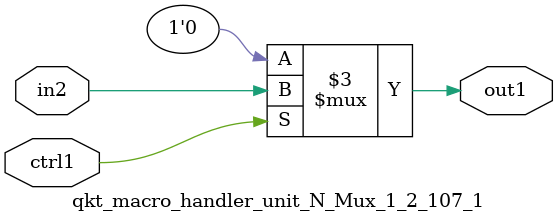
<source format=v>

`timescale 1ps / 1ps


module qkt_macro_handler_unit_N_Mux_1_2_107_1( in2, ctrl1, out1 );

    input in2;
    input ctrl1;
    output out1;
    reg out1;

    
    // rtl_process:qkt_macro_handler_unit_N_Mux_1_2_107_1/qkt_macro_handler_unit_N_Mux_1_2_107_1_thread_1
    always @*
      begin : qkt_macro_handler_unit_N_Mux_1_2_107_1_thread_1
        case (ctrl1) 
          1'b1: 
            begin
              out1 = in2;
            end
          default: 
            begin
              out1 = 1'b0;
            end
        endcase
      end

endmodule


</source>
